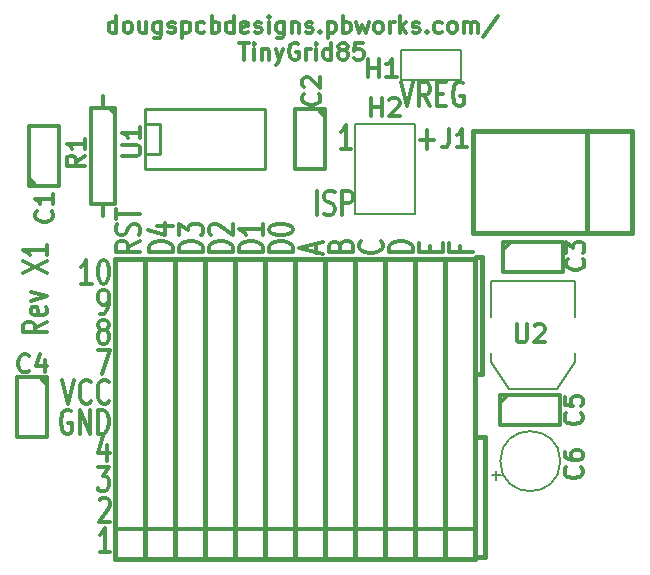
<source format=gto>
G04 (created by PCBNEW (2013-05-31 BZR 4019)-stable) date 7/7/2013 11:22:26 AM*
%MOIN*%
G04 Gerber Fmt 3.4, Leading zero omitted, Abs format*
%FSLAX34Y34*%
G01*
G70*
G90*
G04 APERTURE LIST*
%ADD10C,0.00590551*%
%ADD11C,0.012*%
%ADD12C,0.015*%
%ADD13C,0.008*%
%ADD14C,0.01*%
%ADD15C,0.006*%
%ADD16C,0.005*%
G04 APERTURE END LIST*
G54D10*
G54D11*
X5223Y-14600D02*
X4842Y-14800D01*
X5223Y-14942D02*
X4423Y-14942D01*
X4423Y-14714D01*
X4461Y-14657D01*
X4500Y-14628D01*
X4576Y-14600D01*
X4690Y-14600D01*
X4766Y-14628D01*
X4804Y-14657D01*
X4842Y-14714D01*
X4842Y-14942D01*
X5185Y-14114D02*
X5223Y-14171D01*
X5223Y-14285D01*
X5185Y-14342D01*
X5109Y-14371D01*
X4804Y-14371D01*
X4728Y-14342D01*
X4690Y-14285D01*
X4690Y-14171D01*
X4728Y-14114D01*
X4804Y-14085D01*
X4880Y-14085D01*
X4957Y-14371D01*
X4690Y-13885D02*
X5223Y-13742D01*
X4690Y-13600D01*
X4423Y-12971D02*
X5223Y-12571D01*
X4423Y-12571D02*
X5223Y-12971D01*
X5223Y-12028D02*
X5223Y-12371D01*
X5223Y-12200D02*
X4423Y-12200D01*
X4538Y-12257D01*
X4614Y-12314D01*
X4652Y-12371D01*
X17671Y-8519D02*
X18128Y-8519D01*
X17900Y-8823D02*
X17900Y-8214D01*
X14214Y-11023D02*
X14214Y-10223D01*
X14471Y-10985D02*
X14557Y-11023D01*
X14700Y-11023D01*
X14757Y-10985D01*
X14785Y-10947D01*
X14814Y-10871D01*
X14814Y-10795D01*
X14785Y-10719D01*
X14757Y-10680D01*
X14700Y-10642D01*
X14585Y-10604D01*
X14528Y-10566D01*
X14500Y-10528D01*
X14471Y-10452D01*
X14471Y-10376D01*
X14500Y-10300D01*
X14528Y-10261D01*
X14585Y-10223D01*
X14728Y-10223D01*
X14814Y-10261D01*
X15071Y-11023D02*
X15071Y-10223D01*
X15300Y-10223D01*
X15357Y-10261D01*
X15385Y-10300D01*
X15414Y-10376D01*
X15414Y-10490D01*
X15385Y-10566D01*
X15357Y-10604D01*
X15300Y-10642D01*
X15071Y-10642D01*
X15371Y-8823D02*
X15028Y-8823D01*
X15200Y-8823D02*
X15200Y-8023D01*
X15142Y-8138D01*
X15085Y-8214D01*
X15028Y-8252D01*
X17038Y-6610D02*
X17238Y-7410D01*
X17438Y-6610D01*
X17981Y-7410D02*
X17781Y-7029D01*
X17638Y-7410D02*
X17638Y-6610D01*
X17867Y-6610D01*
X17924Y-6648D01*
X17953Y-6686D01*
X17981Y-6762D01*
X17981Y-6877D01*
X17953Y-6953D01*
X17924Y-6991D01*
X17867Y-7029D01*
X17638Y-7029D01*
X18238Y-6991D02*
X18438Y-6991D01*
X18524Y-7410D02*
X18238Y-7410D01*
X18238Y-6610D01*
X18524Y-6610D01*
X19095Y-6648D02*
X19038Y-6610D01*
X18953Y-6610D01*
X18867Y-6648D01*
X18810Y-6724D01*
X18781Y-6800D01*
X18753Y-6953D01*
X18753Y-7067D01*
X18781Y-7219D01*
X18810Y-7296D01*
X18867Y-7372D01*
X18953Y-7410D01*
X19010Y-7410D01*
X19095Y-7372D01*
X19124Y-7334D01*
X19124Y-7067D01*
X19010Y-7067D01*
G54D12*
X19737Y-12437D02*
X19537Y-12437D01*
X19737Y-16337D02*
X19737Y-12437D01*
X19537Y-16337D02*
X19737Y-16337D01*
X19837Y-18437D02*
X19537Y-18437D01*
X19837Y-22437D02*
X19837Y-18437D01*
X19537Y-22437D02*
X19837Y-22437D01*
G54D11*
X7542Y-4959D02*
X7542Y-4409D01*
X7542Y-4933D02*
X7490Y-4959D01*
X7385Y-4959D01*
X7333Y-4933D01*
X7307Y-4907D01*
X7281Y-4854D01*
X7281Y-4697D01*
X7307Y-4645D01*
X7333Y-4619D01*
X7385Y-4592D01*
X7490Y-4592D01*
X7542Y-4619D01*
X7883Y-4959D02*
X7831Y-4933D01*
X7804Y-4907D01*
X7778Y-4854D01*
X7778Y-4697D01*
X7804Y-4645D01*
X7831Y-4619D01*
X7883Y-4592D01*
X7962Y-4592D01*
X8014Y-4619D01*
X8040Y-4645D01*
X8066Y-4697D01*
X8066Y-4854D01*
X8040Y-4907D01*
X8014Y-4933D01*
X7962Y-4959D01*
X7883Y-4959D01*
X8538Y-4592D02*
X8538Y-4959D01*
X8302Y-4592D02*
X8302Y-4881D01*
X8328Y-4933D01*
X8381Y-4959D01*
X8459Y-4959D01*
X8512Y-4933D01*
X8538Y-4907D01*
X9035Y-4592D02*
X9035Y-5038D01*
X9009Y-5090D01*
X8983Y-5116D01*
X8931Y-5142D01*
X8852Y-5142D01*
X8800Y-5116D01*
X9035Y-4933D02*
X8983Y-4959D01*
X8878Y-4959D01*
X8826Y-4933D01*
X8800Y-4907D01*
X8773Y-4854D01*
X8773Y-4697D01*
X8800Y-4645D01*
X8826Y-4619D01*
X8878Y-4592D01*
X8983Y-4592D01*
X9035Y-4619D01*
X9271Y-4933D02*
X9323Y-4959D01*
X9428Y-4959D01*
X9481Y-4933D01*
X9507Y-4881D01*
X9507Y-4854D01*
X9481Y-4802D01*
X9428Y-4776D01*
X9350Y-4776D01*
X9297Y-4750D01*
X9271Y-4697D01*
X9271Y-4671D01*
X9297Y-4619D01*
X9350Y-4592D01*
X9428Y-4592D01*
X9481Y-4619D01*
X9742Y-4592D02*
X9742Y-5142D01*
X9742Y-4619D02*
X9795Y-4592D01*
X9900Y-4592D01*
X9952Y-4619D01*
X9978Y-4645D01*
X10004Y-4697D01*
X10004Y-4854D01*
X9978Y-4907D01*
X9952Y-4933D01*
X9900Y-4959D01*
X9795Y-4959D01*
X9742Y-4933D01*
X10476Y-4933D02*
X10423Y-4959D01*
X10319Y-4959D01*
X10266Y-4933D01*
X10240Y-4907D01*
X10214Y-4854D01*
X10214Y-4697D01*
X10240Y-4645D01*
X10266Y-4619D01*
X10319Y-4592D01*
X10423Y-4592D01*
X10476Y-4619D01*
X10712Y-4959D02*
X10712Y-4409D01*
X10712Y-4619D02*
X10764Y-4592D01*
X10869Y-4592D01*
X10921Y-4619D01*
X10947Y-4645D01*
X10973Y-4697D01*
X10973Y-4854D01*
X10947Y-4907D01*
X10921Y-4933D01*
X10869Y-4959D01*
X10764Y-4959D01*
X10712Y-4933D01*
X11445Y-4959D02*
X11445Y-4409D01*
X11445Y-4933D02*
X11392Y-4959D01*
X11288Y-4959D01*
X11235Y-4933D01*
X11209Y-4907D01*
X11183Y-4854D01*
X11183Y-4697D01*
X11209Y-4645D01*
X11235Y-4619D01*
X11288Y-4592D01*
X11392Y-4592D01*
X11445Y-4619D01*
X11916Y-4933D02*
X11864Y-4959D01*
X11759Y-4959D01*
X11707Y-4933D01*
X11681Y-4881D01*
X11681Y-4671D01*
X11707Y-4619D01*
X11759Y-4592D01*
X11864Y-4592D01*
X11916Y-4619D01*
X11942Y-4671D01*
X11942Y-4723D01*
X11681Y-4776D01*
X12152Y-4933D02*
X12204Y-4959D01*
X12309Y-4959D01*
X12362Y-4933D01*
X12388Y-4881D01*
X12388Y-4854D01*
X12362Y-4802D01*
X12309Y-4776D01*
X12231Y-4776D01*
X12178Y-4750D01*
X12152Y-4697D01*
X12152Y-4671D01*
X12178Y-4619D01*
X12231Y-4592D01*
X12309Y-4592D01*
X12362Y-4619D01*
X12623Y-4959D02*
X12623Y-4592D01*
X12623Y-4409D02*
X12597Y-4435D01*
X12623Y-4462D01*
X12650Y-4435D01*
X12623Y-4409D01*
X12623Y-4462D01*
X13121Y-4592D02*
X13121Y-5038D01*
X13095Y-5090D01*
X13069Y-5116D01*
X13016Y-5142D01*
X12938Y-5142D01*
X12885Y-5116D01*
X13121Y-4933D02*
X13069Y-4959D01*
X12964Y-4959D01*
X12912Y-4933D01*
X12885Y-4907D01*
X12859Y-4854D01*
X12859Y-4697D01*
X12885Y-4645D01*
X12912Y-4619D01*
X12964Y-4592D01*
X13069Y-4592D01*
X13121Y-4619D01*
X13383Y-4592D02*
X13383Y-4959D01*
X13383Y-4645D02*
X13409Y-4619D01*
X13462Y-4592D01*
X13540Y-4592D01*
X13592Y-4619D01*
X13619Y-4671D01*
X13619Y-4959D01*
X13854Y-4933D02*
X13907Y-4959D01*
X14012Y-4959D01*
X14064Y-4933D01*
X14090Y-4881D01*
X14090Y-4854D01*
X14064Y-4802D01*
X14012Y-4776D01*
X13933Y-4776D01*
X13881Y-4750D01*
X13854Y-4697D01*
X13854Y-4671D01*
X13881Y-4619D01*
X13933Y-4592D01*
X14012Y-4592D01*
X14064Y-4619D01*
X14326Y-4907D02*
X14352Y-4933D01*
X14326Y-4959D01*
X14300Y-4933D01*
X14326Y-4907D01*
X14326Y-4959D01*
X14588Y-4592D02*
X14588Y-5142D01*
X14588Y-4619D02*
X14640Y-4592D01*
X14745Y-4592D01*
X14797Y-4619D01*
X14823Y-4645D01*
X14850Y-4697D01*
X14850Y-4854D01*
X14823Y-4907D01*
X14797Y-4933D01*
X14745Y-4959D01*
X14640Y-4959D01*
X14588Y-4933D01*
X15085Y-4959D02*
X15085Y-4409D01*
X15085Y-4619D02*
X15138Y-4592D01*
X15242Y-4592D01*
X15295Y-4619D01*
X15321Y-4645D01*
X15347Y-4697D01*
X15347Y-4854D01*
X15321Y-4907D01*
X15295Y-4933D01*
X15242Y-4959D01*
X15138Y-4959D01*
X15085Y-4933D01*
X15531Y-4592D02*
X15635Y-4959D01*
X15740Y-4697D01*
X15845Y-4959D01*
X15950Y-4592D01*
X16238Y-4959D02*
X16185Y-4933D01*
X16159Y-4907D01*
X16133Y-4854D01*
X16133Y-4697D01*
X16159Y-4645D01*
X16185Y-4619D01*
X16238Y-4592D01*
X16316Y-4592D01*
X16369Y-4619D01*
X16395Y-4645D01*
X16421Y-4697D01*
X16421Y-4854D01*
X16395Y-4907D01*
X16369Y-4933D01*
X16316Y-4959D01*
X16238Y-4959D01*
X16657Y-4959D02*
X16657Y-4592D01*
X16657Y-4697D02*
X16683Y-4645D01*
X16709Y-4619D01*
X16762Y-4592D01*
X16814Y-4592D01*
X16997Y-4959D02*
X16997Y-4409D01*
X17050Y-4750D02*
X17207Y-4959D01*
X17207Y-4592D02*
X16997Y-4802D01*
X17416Y-4933D02*
X17469Y-4959D01*
X17573Y-4959D01*
X17626Y-4933D01*
X17652Y-4881D01*
X17652Y-4854D01*
X17626Y-4802D01*
X17573Y-4776D01*
X17495Y-4776D01*
X17442Y-4750D01*
X17416Y-4697D01*
X17416Y-4671D01*
X17442Y-4619D01*
X17495Y-4592D01*
X17573Y-4592D01*
X17626Y-4619D01*
X17888Y-4907D02*
X17914Y-4933D01*
X17888Y-4959D01*
X17862Y-4933D01*
X17888Y-4907D01*
X17888Y-4959D01*
X18385Y-4933D02*
X18333Y-4959D01*
X18228Y-4959D01*
X18176Y-4933D01*
X18150Y-4907D01*
X18123Y-4854D01*
X18123Y-4697D01*
X18150Y-4645D01*
X18176Y-4619D01*
X18228Y-4592D01*
X18333Y-4592D01*
X18385Y-4619D01*
X18700Y-4959D02*
X18647Y-4933D01*
X18621Y-4907D01*
X18595Y-4854D01*
X18595Y-4697D01*
X18621Y-4645D01*
X18647Y-4619D01*
X18700Y-4592D01*
X18778Y-4592D01*
X18831Y-4619D01*
X18857Y-4645D01*
X18883Y-4697D01*
X18883Y-4854D01*
X18857Y-4907D01*
X18831Y-4933D01*
X18778Y-4959D01*
X18700Y-4959D01*
X19119Y-4959D02*
X19119Y-4592D01*
X19119Y-4645D02*
X19145Y-4619D01*
X19197Y-4592D01*
X19276Y-4592D01*
X19328Y-4619D01*
X19354Y-4671D01*
X19354Y-4959D01*
X19354Y-4671D02*
X19381Y-4619D01*
X19433Y-4592D01*
X19512Y-4592D01*
X19564Y-4619D01*
X19590Y-4671D01*
X19590Y-4959D01*
X20245Y-4383D02*
X19773Y-5090D01*
X11641Y-5299D02*
X11956Y-5299D01*
X11798Y-5849D02*
X11798Y-5299D01*
X12139Y-5849D02*
X12139Y-5482D01*
X12139Y-5299D02*
X12113Y-5325D01*
X12139Y-5352D01*
X12165Y-5325D01*
X12139Y-5299D01*
X12139Y-5352D01*
X12401Y-5482D02*
X12401Y-5849D01*
X12401Y-5535D02*
X12427Y-5509D01*
X12479Y-5482D01*
X12558Y-5482D01*
X12610Y-5509D01*
X12637Y-5561D01*
X12637Y-5849D01*
X12846Y-5482D02*
X12977Y-5849D01*
X13108Y-5482D02*
X12977Y-5849D01*
X12925Y-5980D01*
X12898Y-6006D01*
X12846Y-6032D01*
X13606Y-5325D02*
X13553Y-5299D01*
X13475Y-5299D01*
X13396Y-5325D01*
X13344Y-5378D01*
X13317Y-5430D01*
X13291Y-5535D01*
X13291Y-5613D01*
X13317Y-5718D01*
X13344Y-5771D01*
X13396Y-5823D01*
X13475Y-5849D01*
X13527Y-5849D01*
X13606Y-5823D01*
X13632Y-5797D01*
X13632Y-5613D01*
X13527Y-5613D01*
X13867Y-5849D02*
X13867Y-5482D01*
X13867Y-5587D02*
X13894Y-5535D01*
X13920Y-5509D01*
X13972Y-5482D01*
X14025Y-5482D01*
X14208Y-5849D02*
X14208Y-5482D01*
X14208Y-5299D02*
X14182Y-5325D01*
X14208Y-5352D01*
X14234Y-5325D01*
X14208Y-5299D01*
X14208Y-5352D01*
X14706Y-5849D02*
X14706Y-5299D01*
X14706Y-5823D02*
X14653Y-5849D01*
X14548Y-5849D01*
X14496Y-5823D01*
X14470Y-5797D01*
X14444Y-5744D01*
X14444Y-5587D01*
X14470Y-5535D01*
X14496Y-5509D01*
X14548Y-5482D01*
X14653Y-5482D01*
X14706Y-5509D01*
X15046Y-5535D02*
X14994Y-5509D01*
X14967Y-5482D01*
X14941Y-5430D01*
X14941Y-5404D01*
X14967Y-5352D01*
X14994Y-5325D01*
X15046Y-5299D01*
X15151Y-5299D01*
X15203Y-5325D01*
X15229Y-5352D01*
X15256Y-5404D01*
X15256Y-5430D01*
X15229Y-5482D01*
X15203Y-5509D01*
X15151Y-5535D01*
X15046Y-5535D01*
X14994Y-5561D01*
X14967Y-5587D01*
X14941Y-5640D01*
X14941Y-5744D01*
X14967Y-5797D01*
X14994Y-5823D01*
X15046Y-5849D01*
X15151Y-5849D01*
X15203Y-5823D01*
X15229Y-5797D01*
X15256Y-5744D01*
X15256Y-5640D01*
X15229Y-5587D01*
X15203Y-5561D01*
X15151Y-5535D01*
X15753Y-5299D02*
X15491Y-5299D01*
X15465Y-5561D01*
X15491Y-5535D01*
X15544Y-5509D01*
X15675Y-5509D01*
X15727Y-5535D01*
X15753Y-5561D01*
X15779Y-5613D01*
X15779Y-5744D01*
X15753Y-5797D01*
X15727Y-5823D01*
X15675Y-5849D01*
X15544Y-5849D01*
X15491Y-5823D01*
X15465Y-5797D01*
X7322Y-22260D02*
X6979Y-22260D01*
X7151Y-22260D02*
X7151Y-21460D01*
X7094Y-21575D01*
X7037Y-21651D01*
X6979Y-21689D01*
X6979Y-20537D02*
X7008Y-20498D01*
X7065Y-20460D01*
X7208Y-20460D01*
X7265Y-20498D01*
X7294Y-20537D01*
X7322Y-20613D01*
X7322Y-20689D01*
X7294Y-20803D01*
X6951Y-21260D01*
X7322Y-21260D01*
X6914Y-19423D02*
X7285Y-19423D01*
X7085Y-19728D01*
X7171Y-19728D01*
X7228Y-19766D01*
X7257Y-19804D01*
X7285Y-19880D01*
X7285Y-20071D01*
X7257Y-20147D01*
X7228Y-20185D01*
X7171Y-20223D01*
X7000Y-20223D01*
X6942Y-20185D01*
X6914Y-20147D01*
X7228Y-18690D02*
X7228Y-19223D01*
X7085Y-18385D02*
X6942Y-18957D01*
X7314Y-18957D01*
X6914Y-15523D02*
X7314Y-15523D01*
X7057Y-16323D01*
X7057Y-14866D02*
X7000Y-14828D01*
X6971Y-14790D01*
X6942Y-14714D01*
X6942Y-14676D01*
X6971Y-14600D01*
X7000Y-14561D01*
X7057Y-14523D01*
X7171Y-14523D01*
X7228Y-14561D01*
X7257Y-14600D01*
X7285Y-14676D01*
X7285Y-14714D01*
X7257Y-14790D01*
X7228Y-14828D01*
X7171Y-14866D01*
X7057Y-14866D01*
X7000Y-14904D01*
X6971Y-14942D01*
X6942Y-15019D01*
X6942Y-15171D01*
X6971Y-15247D01*
X7000Y-15285D01*
X7057Y-15323D01*
X7171Y-15323D01*
X7228Y-15285D01*
X7257Y-15247D01*
X7285Y-15171D01*
X7285Y-15019D01*
X7257Y-14942D01*
X7228Y-14904D01*
X7171Y-14866D01*
X7000Y-14323D02*
X7114Y-14323D01*
X7171Y-14285D01*
X7200Y-14247D01*
X7257Y-14133D01*
X7285Y-13980D01*
X7285Y-13676D01*
X7257Y-13600D01*
X7228Y-13561D01*
X7171Y-13523D01*
X7057Y-13523D01*
X7000Y-13561D01*
X6971Y-13600D01*
X6942Y-13676D01*
X6942Y-13866D01*
X6971Y-13942D01*
X7000Y-13980D01*
X7057Y-14019D01*
X7171Y-14019D01*
X7228Y-13980D01*
X7257Y-13942D01*
X7285Y-13866D01*
X6714Y-13323D02*
X6371Y-13323D01*
X6542Y-13323D02*
X6542Y-12523D01*
X6485Y-12638D01*
X6428Y-12714D01*
X6371Y-12752D01*
X7085Y-12523D02*
X7142Y-12523D01*
X7200Y-12561D01*
X7228Y-12600D01*
X7257Y-12676D01*
X7285Y-12828D01*
X7285Y-13019D01*
X7257Y-13171D01*
X7228Y-13247D01*
X7200Y-13285D01*
X7142Y-13323D01*
X7085Y-13323D01*
X7028Y-13285D01*
X7000Y-13247D01*
X6971Y-13171D01*
X6942Y-13019D01*
X6942Y-12828D01*
X6971Y-12676D01*
X7000Y-12600D01*
X7028Y-12561D01*
X7085Y-12523D01*
X19004Y-12057D02*
X19004Y-12257D01*
X19423Y-12257D02*
X18623Y-12257D01*
X18623Y-11971D01*
X18004Y-12257D02*
X18004Y-12057D01*
X18423Y-11971D02*
X18423Y-12257D01*
X17623Y-12257D01*
X17623Y-11971D01*
X17423Y-12257D02*
X16623Y-12257D01*
X16623Y-12114D01*
X16661Y-12028D01*
X16738Y-11971D01*
X16814Y-11942D01*
X16966Y-11914D01*
X17080Y-11914D01*
X17233Y-11942D01*
X17309Y-11971D01*
X17385Y-12028D01*
X17423Y-12114D01*
X17423Y-12257D01*
X16347Y-11914D02*
X16385Y-11942D01*
X16423Y-12028D01*
X16423Y-12085D01*
X16385Y-12171D01*
X16309Y-12228D01*
X16233Y-12257D01*
X16080Y-12285D01*
X15966Y-12285D01*
X15814Y-12257D01*
X15738Y-12228D01*
X15661Y-12171D01*
X15623Y-12085D01*
X15623Y-12028D01*
X15661Y-11942D01*
X15700Y-11914D01*
X14195Y-12285D02*
X14195Y-12000D01*
X14423Y-12342D02*
X13623Y-12142D01*
X14423Y-11942D01*
X15004Y-12057D02*
X15042Y-11971D01*
X15080Y-11942D01*
X15157Y-11914D01*
X15271Y-11914D01*
X15347Y-11942D01*
X15385Y-11971D01*
X15423Y-12028D01*
X15423Y-12257D01*
X14623Y-12257D01*
X14623Y-12057D01*
X14661Y-12000D01*
X14700Y-11971D01*
X14776Y-11942D01*
X14852Y-11942D01*
X14928Y-11971D01*
X14966Y-12000D01*
X15004Y-12057D01*
X15004Y-12257D01*
X6028Y-17561D02*
X5971Y-17523D01*
X5885Y-17523D01*
X5800Y-17561D01*
X5742Y-17638D01*
X5714Y-17714D01*
X5685Y-17866D01*
X5685Y-17980D01*
X5714Y-18133D01*
X5742Y-18209D01*
X5800Y-18285D01*
X5885Y-18323D01*
X5942Y-18323D01*
X6028Y-18285D01*
X6057Y-18247D01*
X6057Y-17980D01*
X5942Y-17980D01*
X6314Y-18323D02*
X6314Y-17523D01*
X6657Y-18323D01*
X6657Y-17523D01*
X6942Y-18323D02*
X6942Y-17523D01*
X7085Y-17523D01*
X7171Y-17561D01*
X7228Y-17638D01*
X7257Y-17714D01*
X7285Y-17866D01*
X7285Y-17980D01*
X7257Y-18133D01*
X7228Y-18209D01*
X7171Y-18285D01*
X7085Y-18323D01*
X6942Y-18323D01*
X5742Y-16523D02*
X5942Y-17323D01*
X6142Y-16523D01*
X6685Y-17247D02*
X6657Y-17285D01*
X6571Y-17323D01*
X6514Y-17323D01*
X6428Y-17285D01*
X6371Y-17209D01*
X6342Y-17133D01*
X6314Y-16980D01*
X6314Y-16866D01*
X6342Y-16714D01*
X6371Y-16638D01*
X6428Y-16561D01*
X6514Y-16523D01*
X6571Y-16523D01*
X6657Y-16561D01*
X6685Y-16600D01*
X7285Y-17247D02*
X7257Y-17285D01*
X7171Y-17323D01*
X7114Y-17323D01*
X7028Y-17285D01*
X6971Y-17209D01*
X6942Y-17133D01*
X6914Y-16980D01*
X6914Y-16866D01*
X6942Y-16714D01*
X6971Y-16638D01*
X7028Y-16561D01*
X7114Y-16523D01*
X7171Y-16523D01*
X7257Y-16561D01*
X7285Y-16600D01*
X8323Y-11914D02*
X7942Y-12114D01*
X8323Y-12257D02*
X7523Y-12257D01*
X7523Y-12028D01*
X7561Y-11971D01*
X7600Y-11942D01*
X7676Y-11914D01*
X7790Y-11914D01*
X7866Y-11942D01*
X7904Y-11971D01*
X7942Y-12028D01*
X7942Y-12257D01*
X8285Y-11685D02*
X8323Y-11600D01*
X8323Y-11457D01*
X8285Y-11400D01*
X8247Y-11371D01*
X8171Y-11342D01*
X8095Y-11342D01*
X8019Y-11371D01*
X7980Y-11400D01*
X7942Y-11457D01*
X7904Y-11571D01*
X7866Y-11628D01*
X7828Y-11657D01*
X7752Y-11685D01*
X7676Y-11685D01*
X7600Y-11657D01*
X7561Y-11628D01*
X7523Y-11571D01*
X7523Y-11428D01*
X7561Y-11342D01*
X7523Y-11171D02*
X7523Y-10828D01*
X8323Y-11000D02*
X7523Y-11000D01*
X9423Y-12257D02*
X8623Y-12257D01*
X8623Y-12114D01*
X8661Y-12028D01*
X8738Y-11971D01*
X8814Y-11942D01*
X8966Y-11914D01*
X9080Y-11914D01*
X9233Y-11942D01*
X9309Y-11971D01*
X9385Y-12028D01*
X9423Y-12114D01*
X9423Y-12257D01*
X8890Y-11400D02*
X9423Y-11400D01*
X8585Y-11542D02*
X9157Y-11685D01*
X9157Y-11314D01*
X10423Y-12257D02*
X9623Y-12257D01*
X9623Y-12114D01*
X9661Y-12028D01*
X9738Y-11971D01*
X9814Y-11942D01*
X9966Y-11914D01*
X10080Y-11914D01*
X10233Y-11942D01*
X10309Y-11971D01*
X10385Y-12028D01*
X10423Y-12114D01*
X10423Y-12257D01*
X9623Y-11714D02*
X9623Y-11342D01*
X9928Y-11542D01*
X9928Y-11457D01*
X9966Y-11400D01*
X10004Y-11371D01*
X10080Y-11342D01*
X10271Y-11342D01*
X10347Y-11371D01*
X10385Y-11400D01*
X10423Y-11457D01*
X10423Y-11628D01*
X10385Y-11685D01*
X10347Y-11714D01*
X11423Y-12257D02*
X10623Y-12257D01*
X10623Y-12114D01*
X10661Y-12028D01*
X10738Y-11971D01*
X10814Y-11942D01*
X10966Y-11914D01*
X11080Y-11914D01*
X11233Y-11942D01*
X11309Y-11971D01*
X11385Y-12028D01*
X11423Y-12114D01*
X11423Y-12257D01*
X10700Y-11685D02*
X10661Y-11657D01*
X10623Y-11600D01*
X10623Y-11457D01*
X10661Y-11400D01*
X10700Y-11371D01*
X10776Y-11342D01*
X10852Y-11342D01*
X10966Y-11371D01*
X11423Y-11714D01*
X11423Y-11342D01*
X12423Y-12257D02*
X11623Y-12257D01*
X11623Y-12114D01*
X11661Y-12028D01*
X11738Y-11971D01*
X11814Y-11942D01*
X11966Y-11914D01*
X12080Y-11914D01*
X12233Y-11942D01*
X12309Y-11971D01*
X12385Y-12028D01*
X12423Y-12114D01*
X12423Y-12257D01*
X12423Y-11342D02*
X12423Y-11685D01*
X12423Y-11514D02*
X11623Y-11514D01*
X11738Y-11571D01*
X11814Y-11628D01*
X11852Y-11685D01*
X13423Y-12257D02*
X12623Y-12257D01*
X12623Y-12114D01*
X12661Y-12028D01*
X12738Y-11971D01*
X12814Y-11942D01*
X12966Y-11914D01*
X13080Y-11914D01*
X13233Y-11942D01*
X13309Y-11971D01*
X13385Y-12028D01*
X13423Y-12114D01*
X13423Y-12257D01*
X12623Y-11542D02*
X12623Y-11485D01*
X12661Y-11428D01*
X12700Y-11400D01*
X12776Y-11371D01*
X12928Y-11342D01*
X13119Y-11342D01*
X13271Y-11371D01*
X13347Y-11400D01*
X13385Y-11428D01*
X13423Y-11485D01*
X13423Y-11542D01*
X13385Y-11600D01*
X13347Y-11628D01*
X13271Y-11657D01*
X13119Y-11685D01*
X12928Y-11685D01*
X12776Y-11657D01*
X12700Y-11628D01*
X12661Y-11600D01*
X12623Y-11542D01*
G54D13*
X22837Y-14437D02*
X22837Y-13237D01*
X22837Y-13237D02*
X20037Y-13237D01*
X20037Y-13237D02*
X20037Y-14437D01*
X22837Y-15637D02*
X22837Y-15937D01*
X22837Y-15937D02*
X22237Y-16837D01*
X22237Y-16837D02*
X20637Y-16837D01*
X20637Y-16837D02*
X20037Y-15937D01*
X20037Y-15937D02*
X20037Y-15637D01*
G54D14*
X8500Y-8000D02*
X9000Y-8000D01*
X9000Y-8000D02*
X9000Y-9000D01*
X9000Y-9000D02*
X8500Y-9000D01*
X8500Y-7500D02*
X12500Y-7500D01*
X12500Y-7500D02*
X12500Y-9500D01*
X12500Y-9500D02*
X8500Y-9500D01*
X8500Y-9500D02*
X8500Y-7500D01*
G54D15*
X17037Y-6537D02*
X17037Y-5537D01*
X17037Y-5537D02*
X19037Y-5537D01*
X19037Y-5537D02*
X19037Y-6537D01*
X19037Y-6537D02*
X17037Y-6537D01*
G54D12*
X12500Y-22500D02*
X13500Y-22500D01*
X12500Y-22500D02*
X12500Y-12500D01*
X12500Y-12500D02*
X13500Y-12500D01*
X13500Y-12500D02*
X13500Y-22500D01*
G54D11*
X13500Y-21500D02*
X12500Y-21500D01*
G54D12*
X11500Y-22500D02*
X12500Y-22500D01*
X11500Y-22500D02*
X11500Y-12500D01*
X11500Y-12500D02*
X12500Y-12500D01*
X12500Y-12500D02*
X12500Y-22500D01*
G54D11*
X12500Y-21500D02*
X11500Y-21500D01*
G54D12*
X10500Y-22500D02*
X11500Y-22500D01*
X10500Y-22500D02*
X10500Y-12500D01*
X10500Y-12500D02*
X11500Y-12500D01*
X11500Y-12500D02*
X11500Y-22500D01*
G54D11*
X11500Y-21500D02*
X10500Y-21500D01*
G54D12*
X9500Y-22500D02*
X10500Y-22500D01*
X9500Y-22500D02*
X9500Y-12500D01*
X9500Y-12500D02*
X10500Y-12500D01*
X10500Y-12500D02*
X10500Y-22500D01*
G54D11*
X10500Y-21500D02*
X9500Y-21500D01*
G54D12*
X8500Y-22500D02*
X9500Y-22500D01*
X8500Y-22500D02*
X8500Y-12500D01*
X8500Y-12500D02*
X9500Y-12500D01*
X9500Y-12500D02*
X9500Y-22500D01*
G54D11*
X9500Y-21500D02*
X8500Y-21500D01*
G54D12*
X7500Y-22500D02*
X8500Y-22500D01*
X7500Y-22500D02*
X7500Y-12500D01*
X7500Y-12500D02*
X8500Y-12500D01*
X8500Y-12500D02*
X8500Y-22500D01*
G54D11*
X8500Y-21500D02*
X7500Y-21500D01*
X20357Y-17037D02*
X22337Y-17037D01*
X22337Y-17037D02*
X22337Y-18037D01*
X22337Y-18037D02*
X20337Y-18037D01*
X20337Y-18037D02*
X20337Y-17037D01*
X20337Y-17287D02*
X20587Y-17037D01*
X4618Y-10035D02*
X4618Y-8055D01*
X4618Y-8055D02*
X5618Y-8055D01*
X5618Y-8055D02*
X5618Y-10055D01*
X5618Y-10055D02*
X4618Y-10055D01*
X4868Y-10055D02*
X4618Y-9805D01*
X20457Y-11937D02*
X22437Y-11937D01*
X22437Y-11937D02*
X22437Y-12937D01*
X22437Y-12937D02*
X20437Y-12937D01*
X20437Y-12937D02*
X20437Y-11937D01*
X20437Y-12187D02*
X20687Y-11937D01*
X7086Y-7055D02*
X7086Y-7455D01*
X7086Y-7455D02*
X7486Y-7455D01*
X7486Y-7455D02*
X7486Y-10655D01*
X7486Y-10655D02*
X6686Y-10655D01*
X6686Y-10655D02*
X6686Y-7455D01*
X6686Y-7455D02*
X7086Y-7455D01*
X7286Y-7455D02*
X7486Y-7655D01*
X7086Y-11055D02*
X7086Y-10655D01*
G54D12*
X18500Y-22500D02*
X19500Y-22500D01*
X18500Y-22500D02*
X18500Y-12500D01*
X18500Y-12500D02*
X19500Y-12500D01*
X19500Y-12500D02*
X19500Y-22500D01*
G54D11*
X19500Y-21500D02*
X18500Y-21500D01*
G54D12*
X17500Y-22500D02*
X18500Y-22500D01*
X17500Y-22500D02*
X17500Y-12500D01*
X17500Y-12500D02*
X18500Y-12500D01*
X18500Y-12500D02*
X18500Y-22500D01*
G54D11*
X18500Y-21500D02*
X17500Y-21500D01*
G54D12*
X16500Y-22500D02*
X17500Y-22500D01*
X16500Y-22500D02*
X16500Y-12500D01*
X16500Y-12500D02*
X17500Y-12500D01*
X17500Y-12500D02*
X17500Y-22500D01*
G54D11*
X17500Y-21500D02*
X16500Y-21500D01*
G54D12*
X13500Y-22500D02*
X14500Y-22500D01*
X13500Y-22500D02*
X13500Y-12500D01*
X13500Y-12500D02*
X14500Y-12500D01*
X14500Y-12500D02*
X14500Y-22500D01*
G54D11*
X14500Y-21500D02*
X13500Y-21500D01*
G54D12*
X14500Y-22500D02*
X15500Y-22500D01*
X14500Y-22500D02*
X14500Y-12500D01*
X14500Y-12500D02*
X15500Y-12500D01*
X15500Y-12500D02*
X15500Y-22500D01*
G54D11*
X15500Y-21500D02*
X14500Y-21500D01*
G54D12*
X15500Y-22500D02*
X16500Y-22500D01*
X15500Y-22500D02*
X15500Y-12500D01*
X15500Y-12500D02*
X16500Y-12500D01*
X16500Y-12500D02*
X16500Y-22500D01*
G54D11*
X16500Y-21500D02*
X15500Y-21500D01*
X14500Y-7520D02*
X14500Y-9500D01*
X14500Y-9500D02*
X13500Y-9500D01*
X13500Y-9500D02*
X13500Y-7500D01*
X13500Y-7500D02*
X14500Y-7500D01*
X14250Y-7500D02*
X14500Y-7750D01*
X5237Y-16457D02*
X5237Y-18437D01*
X5237Y-18437D02*
X4237Y-18437D01*
X4237Y-18437D02*
X4237Y-16437D01*
X4237Y-16437D02*
X5237Y-16437D01*
X4987Y-16437D02*
X5237Y-16687D01*
G54D16*
X22338Y-19237D02*
G75*
G03X22338Y-19237I-1001J0D01*
G74*
G01*
G54D12*
X24437Y-11637D02*
X24737Y-11637D01*
X24737Y-11637D02*
X24737Y-8237D01*
X24737Y-8237D02*
X24437Y-8237D01*
X23237Y-11637D02*
X23237Y-8237D01*
X19437Y-11637D02*
X19437Y-8237D01*
X24437Y-8237D02*
X19437Y-8237D01*
X24437Y-11637D02*
X19437Y-11637D01*
G54D13*
X15500Y-11000D02*
X15500Y-8000D01*
X17500Y-8000D02*
X17500Y-11000D01*
X17500Y-11000D02*
X15500Y-11000D01*
X15500Y-8000D02*
X17500Y-8000D01*
G54D11*
X20879Y-14679D02*
X20879Y-15165D01*
X20908Y-15222D01*
X20937Y-15251D01*
X20994Y-15279D01*
X21108Y-15279D01*
X21165Y-15251D01*
X21194Y-15222D01*
X21222Y-15165D01*
X21222Y-14679D01*
X21479Y-14737D02*
X21508Y-14708D01*
X21565Y-14679D01*
X21708Y-14679D01*
X21765Y-14708D01*
X21794Y-14737D01*
X21822Y-14794D01*
X21822Y-14851D01*
X21794Y-14937D01*
X21451Y-15279D01*
X21822Y-15279D01*
X7742Y-9057D02*
X8228Y-9057D01*
X8285Y-9028D01*
X8314Y-9000D01*
X8342Y-8942D01*
X8342Y-8828D01*
X8314Y-8771D01*
X8285Y-8742D01*
X8228Y-8714D01*
X7742Y-8714D01*
X8342Y-8114D02*
X8342Y-8457D01*
X8342Y-8285D02*
X7742Y-8285D01*
X7828Y-8342D01*
X7885Y-8400D01*
X7914Y-8457D01*
X15942Y-6442D02*
X15942Y-5842D01*
X15942Y-6128D02*
X16285Y-6128D01*
X16285Y-6442D02*
X16285Y-5842D01*
X16885Y-6442D02*
X16542Y-6442D01*
X16714Y-6442D02*
X16714Y-5842D01*
X16657Y-5928D01*
X16600Y-5985D01*
X16542Y-6014D01*
X23022Y-17637D02*
X23051Y-17665D01*
X23079Y-17751D01*
X23079Y-17808D01*
X23051Y-17894D01*
X22994Y-17951D01*
X22937Y-17979D01*
X22822Y-18008D01*
X22737Y-18008D01*
X22622Y-17979D01*
X22565Y-17951D01*
X22508Y-17894D01*
X22479Y-17808D01*
X22479Y-17751D01*
X22508Y-17665D01*
X22537Y-17637D01*
X22479Y-17094D02*
X22479Y-17379D01*
X22765Y-17408D01*
X22737Y-17379D01*
X22708Y-17322D01*
X22708Y-17179D01*
X22737Y-17122D01*
X22765Y-17094D01*
X22822Y-17065D01*
X22965Y-17065D01*
X23022Y-17094D01*
X23051Y-17122D01*
X23079Y-17179D01*
X23079Y-17322D01*
X23051Y-17379D01*
X23022Y-17408D01*
X5380Y-10894D02*
X5408Y-10923D01*
X5437Y-11008D01*
X5437Y-11065D01*
X5408Y-11151D01*
X5351Y-11208D01*
X5294Y-11237D01*
X5180Y-11265D01*
X5094Y-11265D01*
X4980Y-11237D01*
X4923Y-11208D01*
X4865Y-11151D01*
X4837Y-11065D01*
X4837Y-11008D01*
X4865Y-10923D01*
X4894Y-10894D01*
X5437Y-10323D02*
X5437Y-10665D01*
X5437Y-10494D02*
X4837Y-10494D01*
X4923Y-10551D01*
X4980Y-10608D01*
X5008Y-10665D01*
X23085Y-12500D02*
X23114Y-12528D01*
X23142Y-12614D01*
X23142Y-12671D01*
X23114Y-12757D01*
X23057Y-12814D01*
X23000Y-12842D01*
X22885Y-12871D01*
X22800Y-12871D01*
X22685Y-12842D01*
X22628Y-12814D01*
X22571Y-12757D01*
X22542Y-12671D01*
X22542Y-12614D01*
X22571Y-12528D01*
X22600Y-12500D01*
X22542Y-12300D02*
X22542Y-11928D01*
X22771Y-12128D01*
X22771Y-12042D01*
X22800Y-11985D01*
X22828Y-11957D01*
X22885Y-11928D01*
X23028Y-11928D01*
X23085Y-11957D01*
X23114Y-11985D01*
X23142Y-12042D01*
X23142Y-12214D01*
X23114Y-12271D01*
X23085Y-12300D01*
X6479Y-9055D02*
X6193Y-9255D01*
X6479Y-9397D02*
X5879Y-9397D01*
X5879Y-9169D01*
X5908Y-9112D01*
X5936Y-9083D01*
X5993Y-9055D01*
X6079Y-9055D01*
X6136Y-9083D01*
X6165Y-9112D01*
X6193Y-9169D01*
X6193Y-9397D01*
X6479Y-8483D02*
X6479Y-8826D01*
X6479Y-8655D02*
X5879Y-8655D01*
X5965Y-8712D01*
X6022Y-8769D01*
X6050Y-8826D01*
X14285Y-7000D02*
X14314Y-7028D01*
X14342Y-7114D01*
X14342Y-7171D01*
X14314Y-7257D01*
X14257Y-7314D01*
X14200Y-7342D01*
X14085Y-7371D01*
X14000Y-7371D01*
X13885Y-7342D01*
X13828Y-7314D01*
X13771Y-7257D01*
X13742Y-7171D01*
X13742Y-7114D01*
X13771Y-7028D01*
X13800Y-7000D01*
X13800Y-6771D02*
X13771Y-6742D01*
X13742Y-6685D01*
X13742Y-6542D01*
X13771Y-6485D01*
X13800Y-6457D01*
X13857Y-6428D01*
X13914Y-6428D01*
X14000Y-6457D01*
X14342Y-6800D01*
X14342Y-6428D01*
X4637Y-16222D02*
X4608Y-16251D01*
X4522Y-16279D01*
X4465Y-16279D01*
X4379Y-16251D01*
X4322Y-16194D01*
X4294Y-16137D01*
X4265Y-16022D01*
X4265Y-15937D01*
X4294Y-15822D01*
X4322Y-15765D01*
X4379Y-15708D01*
X4465Y-15679D01*
X4522Y-15679D01*
X4608Y-15708D01*
X4637Y-15737D01*
X5151Y-15879D02*
X5151Y-16279D01*
X5008Y-15651D02*
X4865Y-16079D01*
X5237Y-16079D01*
X23022Y-19437D02*
X23051Y-19465D01*
X23079Y-19551D01*
X23079Y-19608D01*
X23051Y-19694D01*
X22994Y-19751D01*
X22937Y-19779D01*
X22822Y-19808D01*
X22737Y-19808D01*
X22622Y-19779D01*
X22565Y-19751D01*
X22508Y-19694D01*
X22479Y-19608D01*
X22479Y-19551D01*
X22508Y-19465D01*
X22537Y-19437D01*
X22479Y-18922D02*
X22479Y-19037D01*
X22508Y-19094D01*
X22537Y-19122D01*
X22622Y-19179D01*
X22737Y-19208D01*
X22965Y-19208D01*
X23022Y-19179D01*
X23051Y-19151D01*
X23079Y-19094D01*
X23079Y-18979D01*
X23051Y-18922D01*
X23022Y-18894D01*
X22965Y-18865D01*
X22822Y-18865D01*
X22765Y-18894D01*
X22737Y-18922D01*
X22708Y-18979D01*
X22708Y-19094D01*
X22737Y-19151D01*
X22765Y-19179D01*
X22822Y-19208D01*
G54D13*
X20047Y-19709D02*
X20352Y-19709D01*
X20200Y-19861D02*
X20200Y-19557D01*
G54D11*
X18637Y-8179D02*
X18637Y-8608D01*
X18608Y-8694D01*
X18551Y-8751D01*
X18465Y-8779D01*
X18408Y-8779D01*
X19237Y-8779D02*
X18894Y-8779D01*
X19065Y-8779D02*
X19065Y-8179D01*
X19008Y-8265D01*
X18951Y-8322D01*
X18894Y-8351D01*
X16042Y-7742D02*
X16042Y-7142D01*
X16042Y-7428D02*
X16385Y-7428D01*
X16385Y-7742D02*
X16385Y-7142D01*
X16642Y-7200D02*
X16671Y-7171D01*
X16728Y-7142D01*
X16871Y-7142D01*
X16928Y-7171D01*
X16957Y-7200D01*
X16985Y-7257D01*
X16985Y-7314D01*
X16957Y-7400D01*
X16614Y-7742D01*
X16985Y-7742D01*
M02*

</source>
